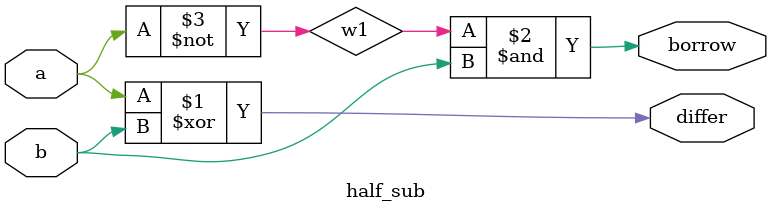
<source format=v>
`timescale 1ns / 1ps


module half_sub (a,b,differ,borrow);
input a,b;
output differ,borrow;
wire w1;

not n1(w1,a);

xor x1(differ,a,b);
and a1(borrow,w1,b);
endmodule

</source>
